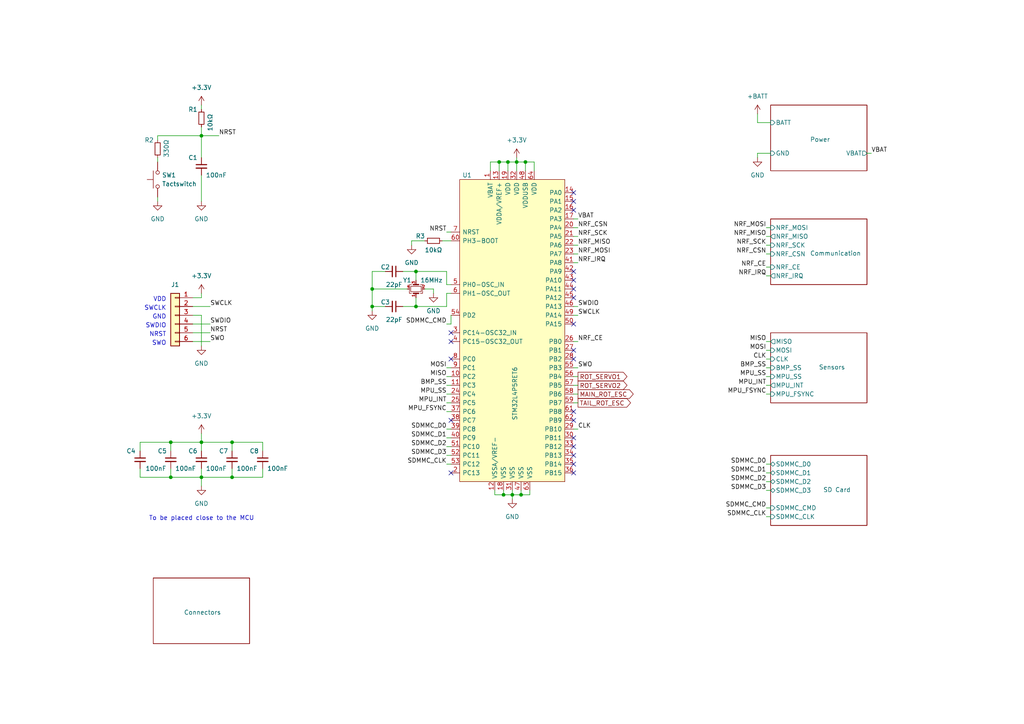
<source format=kicad_sch>
(kicad_sch (version 20211123) (generator eeschema)
  (paper "A4")
  (title_block (title "RC Helicopter") (date "2022-12-17") (rev "0.1.0"))
  (lib_symbols
    (symbol "Connector_Generic:Conn_01x06" (pin_names (offset 1.016) hide)
      (property "Reference" "J" (at 0 7.62 0))
      (property "Value" "Conn_01x06" (at 0 -10.16 0))
      (symbol "Conn_01x06_1_1"
        (rectangle (start -1.27 -7.493) (end 0 -7.747) (stroke (width 0.1524)))
        (rectangle (start -1.27 -4.953) (end 0 -5.207) (stroke (width 0.1524)))
        (rectangle (start -1.27 -2.413) (end 0 -2.667) (stroke (width 0.1524)))
        (rectangle (start -1.27 0.127) (end 0 -0.127) (stroke (width 0.1524)))
        (rectangle (start -1.27 2.667) (end 0 2.413) (stroke (width 0.1524)))
        (rectangle (start -1.27 5.207) (end 0 4.953) (stroke (width 0.1524)))
        (rectangle (start -1.27 6.35) (end 1.27 -8.89) (stroke (width 0.254)) (fill (type background)))
        (pin passive line (at -5.08 5.08 0) (length 3.81) (name "Pin_1") (number "1"))
        (pin passive line (at -5.08 2.54 0) (length 3.81) (name "Pin_2") (number "2"))
        (pin passive line (at -5.08 0 0) (length 3.81) (name "Pin_3") (number "3"))
        (pin passive line (at -5.08 -2.54 0) (length 3.81) (name "Pin_4") (number "4"))
        (pin passive line (at -5.08 -5.08 0) (length 3.81) (name "Pin_5") (number "5"))
        (pin passive line (at -5.08 -7.62 0) (length 3.81) (name "Pin_6") (number "6"))
      )
    )
    (symbol "Device:C_Small" (pin_numbers hide) (pin_names (offset 0.254) hide)
      (property "Reference" "C" (at 0.254 1.778 0))
      (property "Value" "C_Small" (at 0.254 -2.032 0))
      (symbol "C_Small_0_1"
        (polyline (pts (xy -1.524 -0.508) (xy 1.524 -0.508)) (stroke (width 0.3302)))
        (polyline (pts (xy -1.524 0.508) (xy 1.524 0.508)) (stroke (width 0.3048)))
      )
      (symbol "C_Small_1_1"
        (pin passive line (at 0 2.54 270) (length 2.032) (name "~") (number "1"))
        (pin passive line (at 0 -2.54 90) (length 2.032) (name "~") (number "2"))
      )
    )
    (symbol "Device:Crystal_GND24_Small" (pin_names (offset 1.016) hide)
      (property "Reference" "Y" (at 1.27 4.445 0))
      (property "Value" "Crystal_GND24_Small" (at 1.27 2.54 0))
      (symbol "Crystal_GND24_Small_0_1"
        (rectangle (start -0.762 -1.524) (end 0.762 1.524))
        (polyline (pts (xy -1.27 -0.762) (xy -1.27 0.762)) (stroke (width 0.381)))
        (polyline (pts (xy 1.27 -0.762) (xy 1.27 0.762)) (stroke (width 0.381)))
        (polyline (pts (xy -1.27 -1.27) (xy -1.27 -1.905) (xy 1.27 -1.905) (xy 1.27 -1.27)))
        (polyline (pts (xy -1.27 1.27) (xy -1.27 1.905) (xy 1.27 1.905) (xy 1.27 1.27)))
      )
      (symbol "Crystal_GND24_Small_1_1"
        (pin passive line (at -2.54 0 0) (length 1.27) (name "1") (number "1"))
        (pin passive line (at 0 -2.54 90) (length 0.635) (name "2") (number "2"))
        (pin passive line (at 2.54 0 180) (length 1.27) (name "3") (number "3"))
        (pin passive line (at 0 2.54 270) (length 0.635) (name "4") (number "4"))
      )
    )
    (symbol "Device:R_Small" (pin_numbers hide) (pin_names (offset 0.254) hide)
      (property "Reference" "R" (at 0.762 0.508 0))
      (property "Value" "R_Small" (at 0.762 -1.016 0))
      (symbol "R_Small_0_1"
        (rectangle (start -0.762 1.778) (end 0.762 -1.778) (stroke (width 0.2032)))
      )
      (symbol "R_Small_1_1"
        (pin passive line (at 0 2.54 270) (length 0.762) (name "~") (number "1"))
        (pin passive line (at 0 -2.54 90) (length 0.762) (name "~") (number "2"))
      )
    )
    (symbol "Local_Library:STM32L4P5RET6" (pin_names (offset 0.762))
      (property "Reference" "U" (at -13.97 43.18 0))
      (property "Value" "STM32L4P5RET6" (at 0 -20.32 90))
      (symbol "STM32L4P5RET6_0_0"
        (pin power_in line (at -6.35 44.45 270) (length 2.54) (name "VBAT") (number "1"))
        (pin bidirectional line (at -17.78 -15.24 0) (length 2.54) (name "PC2") (number "10"))
        (pin bidirectional line (at -17.78 -17.78 0) (length 2.54) (name "PC3") (number "11"))
        (pin power_in line (at -5.08 -48.26 90) (length 2.54) (name "VSSA/VREF-") (number "12"))
        (pin power_in line (at -3.81 44.45 270) (length 2.54) (name "VDDA/VREF+") (number "13"))
        (pin bidirectional line (at 17.78 38.1 180) (length 2.54) (name "PA0") (number "14"))
        (pin bidirectional line (at 17.78 35.56 180) (length 2.54) (name "PA1") (number "15"))
        (pin bidirectional line (at 17.78 33.02 180) (length 2.54) (name "PA2") (number "16"))
        (pin bidirectional line (at 17.78 30.48 180) (length 2.54) (name "PA3") (number "17"))
        (pin power_in line (at -2.54 -48.26 90) (length 2.54) (name "VSS") (number "18"))
        (pin power_in line (at -1.27 44.45 270) (length 2.54) (name "VDD") (number "19"))
        (pin bidirectional line (at -17.78 -43.18 0) (length 2.54) (name "PC13") (number "2"))
        (pin bidirectional line (at 17.78 27.94 180) (length 2.54) (name "PA4") (number "20"))
        (pin bidirectional line (at 17.78 25.4 180) (length 2.54) (name "PA5") (number "21"))
        (pin bidirectional line (at 17.78 22.86 180) (length 2.54) (name "PA6") (number "22"))
        (pin bidirectional line (at 17.78 20.32 180) (length 2.54) (name "PA7") (number "23"))
        (pin bidirectional line (at -17.78 -20.32 0) (length 2.54) (name "PC4") (number "24"))
        (pin bidirectional line (at -17.78 -22.86 0) (length 2.54) (name "PC5") (number "25"))
        (pin bidirectional line (at 17.78 -5.08 180) (length 2.54) (name "PB0") (number "26"))
        (pin bidirectional line (at 17.78 -7.62 180) (length 2.54) (name "PB1") (number "27"))
        (pin bidirectional line (at 17.78 -10.16 180) (length 2.54) (name "PB2") (number "28"))
        (pin bidirectional line (at 17.78 -30.48 180) (length 2.54) (name "PB10") (number "29"))
        (pin bidirectional line (at -17.78 -2.54 0) (length 2.54) (name "PC14-OSC32_IN") (number "3"))
        (pin bidirectional line (at 17.78 -33.02 180) (length 2.54) (name "PB11") (number "30"))
        (pin power_in line (at 0 -48.26 90) (length 2.54) (name "VSS") (number "31"))
        (pin power_in line (at 1.27 44.45 270) (length 2.54) (name "VDD") (number "32"))
        (pin bidirectional line (at 17.78 -35.56 180) (length 2.54) (name "PB12") (number "33"))
        (pin bidirectional line (at 17.78 -38.1 180) (length 2.54) (name "PB13") (number "34"))
        (pin bidirectional line (at 17.78 -40.64 180) (length 2.54) (name "PB14") (number "35"))
        (pin bidirectional line (at 17.78 -43.18 180) (length 2.54) (name "PB15") (number "36"))
        (pin bidirectional line (at -17.78 -25.4 0) (length 2.54) (name "PC6") (number "37"))
        (pin bidirectional line (at -17.78 -27.94 0) (length 2.54) (name "PC7") (number "38"))
        (pin bidirectional line (at -17.78 -30.48 0) (length 2.54) (name "PC8") (number "39"))
        (pin bidirectional line (at -17.78 -5.08 0) (length 2.54) (name "PC15-OSC32_OUT") (number "4"))
        (pin bidirectional line (at -17.78 -33.02 0) (length 2.54) (name "PC9") (number "40"))
        (pin bidirectional line (at 17.78 17.78 180) (length 2.54) (name "PA8") (number "41"))
        (pin bidirectional line (at 17.78 15.24 180) (length 2.54) (name "PA9") (number "42"))
        (pin bidirectional line (at 17.78 12.7 180) (length 2.54) (name "PA10") (number "43"))
        (pin bidirectional line (at 17.78 10.16 180) (length 2.54) (name "PA11") (number "44"))
        (pin bidirectional line (at 17.78 7.62 180) (length 2.54) (name "PA12") (number "45"))
        (pin bidirectional line (at 17.78 5.08 180) (length 2.54) (name "PA13") (number "46"))
        (pin power_in line (at 2.54 -48.26 90) (length 2.54) (name "VSS") (number "47"))
        (pin power_in line (at 3.81 44.45 270) (length 2.54) (name "VDDUSB") (number "48"))
        (pin bidirectional line (at 17.78 2.54 180) (length 2.54) (name "PA14") (number "49"))
        (pin input line (at -17.78 11.43 0) (length 2.54) (name "PH0-OSC_IN") (number "5"))
        (pin bidirectional line (at 17.78 0 180) (length 2.54) (name "PA15") (number "50"))
        (pin bidirectional line (at -17.78 -35.56 0) (length 2.54) (name "PC10") (number "51"))
        (pin bidirectional line (at -17.78 -38.1 0) (length 2.54) (name "PC11") (number "52"))
        (pin bidirectional line (at -17.78 -40.64 0) (length 2.54) (name "PC12") (number "53"))
        (pin bidirectional line (at -17.78 2.54 0) (length 2.54) (name "PD2") (number "54"))
        (pin bidirectional line (at 17.78 -12.7 180) (length 2.54) (name "PB3") (number "55"))
        (pin bidirectional line (at 17.78 -15.24 180) (length 2.54) (name "PB4") (number "56"))
        (pin bidirectional line (at 17.78 -17.78 180) (length 2.54) (name "PB5") (number "57"))
        (pin bidirectional line (at 17.78 -20.32 180) (length 2.54) (name "PB6") (number "58"))
        (pin bidirectional line (at 17.78 -22.86 180) (length 2.54) (name "PB7") (number "59"))
        (pin input line (at -17.78 8.89 0) (length 2.54) (name "PH1-OSC_OUT") (number "6"))
        (pin input line (at -17.78 24.13 0) (length 2.54) (name "PH3-BOOT") (number "60"))
        (pin bidirectional line (at 17.78 -25.4 180) (length 2.54) (name "PB8") (number "61"))
        (pin bidirectional line (at 17.78 -27.94 180) (length 2.54) (name "PB9") (number "62"))
        (pin power_in line (at 5.08 -48.26 90) (length 2.54) (name "VSS") (number "63"))
        (pin power_in line (at 6.35 44.45 270) (length 2.54) (name "VDD") (number "64"))
        (pin input line (at -17.78 26.67 0) (length 2.54) (name "NRST") (number "7"))
        (pin bidirectional line (at -17.78 -10.16 0) (length 2.54) (name "PC0") (number "8"))
        (pin bidirectional line (at -17.78 -12.7 0) (length 2.54) (name "PC1") (number "9"))
      )
      (symbol "STM32L4P5RET6_0_1"
        (rectangle (start 15.24 41.91) (end -15.24 -45.72) (fill (type background)))
      )
    )
    (symbol "Switch:SW_Push" (pin_numbers hide) (pin_names (offset 1.016) hide)
      (property "Reference" "SW" (at 1.27 2.54 0))
      (property "Value" "SW_Push" (at 0 -1.524 0))
      (symbol "SW_Push_0_1"
        (circle (center -2.032 0) (radius 0.508))
        (polyline (pts (xy 0 1.27) (xy 0 3.048)))
        (polyline (pts (xy 2.54 1.27) (xy -2.54 1.27)))
        (circle (center 2.032 0) (radius 0.508))
        (pin passive line (at -5.08 0 0) (length 2.54) (name "1") (number "1"))
        (pin passive line (at 5.08 0 180) (length 2.54) (name "2") (number "2"))
      )
    )
    (symbol "power:+3.3V" (power) (pin_names (offset 0))
      (property "Value" "+3.3V" (at 0 3.556 0))
      (symbol "+3.3V_0_1"
        (polyline (pts (xy -0.762 1.27) (xy 0 2.54)))
        (polyline (pts (xy 0 0) (xy 0 2.54)))
        (polyline (pts (xy 0 2.54) (xy 0.762 1.27)))
      )
      (symbol "+3.3V_1_1"
        (pin power_in line (at 0 0 90) (length 0) hide (name "+3.3V") (number "1"))
      )
    )
    (symbol "power:+BATT" (power) (pin_names (offset 0))
      (property "Value" "+BATT" (at 0 3.556 0))
      (symbol "+BATT_0_1"
        (polyline (pts (xy -0.762 1.27) (xy 0 2.54)))
        (polyline (pts (xy 0 0) (xy 0 2.54)))
        (polyline (pts (xy 0 2.54) (xy 0.762 1.27)))
      )
      (symbol "+BATT_1_1"
        (pin power_in line (at 0 0 90) (length 0) hide (name "+BATT") (number "1"))
      )
    )
    (symbol "power:GND" (power) (pin_names (offset 0))
      (property "Value" "GND" (at 0 -3.81 0))
      (symbol "GND_0_1"
        (polyline (pts (xy 0 0) (xy 0 -1.27) (xy 1.27 -1.27) (xy 0 -2.54) (xy -1.27 -1.27) (xy 0 -1.27)))
      )
      (symbol "GND_1_1"
        (pin power_in line (at 0 0 270) (length 0) hide (name "GND") (number "1"))
      )
    )
  )
  (junction (at 151.13 143.51))
  (junction (at 120.65 78.74))
  (junction (at 146.05 143.51))
  (junction (at 148.59 143.51))
  (junction (at 107.95 88.9))
  (junction (at 152.4 46.99))
  (junction (at 149.86 46.99))
  (junction (at 120.65 88.9))
  (junction (at 58.42 128.27))
  (junction (at 58.42 39.37))
  (junction (at 49.53 138.43))
  (junction (at 107.95 83.82))
  (junction (at 67.31 128.27))
  (junction (at 49.53 128.27))
  (junction (at 144.78 46.99))
  (junction (at 147.32 46.99))
  (junction (at 67.31 138.43))
  (junction (at 58.42 138.43))
  (no_connect (at 166.37 121.92))
  (no_connect (at 130.81 121.92))
  (no_connect (at 166.37 119.38))
  (no_connect (at 166.37 83.82))
  (no_connect (at 166.37 78.74))
  (no_connect (at 166.37 93.98))
  (no_connect (at 130.81 104.14))
  (no_connect (at 130.81 96.52))
  (no_connect (at 166.37 81.28))
  (no_connect (at 166.37 55.88))
  (no_connect (at 166.37 137.16))
  (no_connect (at 130.81 99.06))
  (no_connect (at 166.37 101.6))
  (no_connect (at 166.37 58.42))
  (no_connect (at 166.37 86.36))
  (no_connect (at 166.37 129.54))
  (no_connect (at 166.37 60.96))
  (no_connect (at 130.81 137.16))
  (no_connect (at 166.37 134.62))
  (no_connect (at 166.37 104.14))
  (no_connect (at 166.37 132.08))
  (no_connect (at 166.37 127))
  (wire (pts (xy 107.95 78.74) (xy 111.76 78.74)))
  (wire (pts (xy 144.78 46.99) (xy 147.32 46.99)))
  (wire (pts (xy 116.84 88.9) (xy 120.65 88.9)))
  (wire (pts (xy 222.25 106.68) (xy 223.52 106.68)))
  (wire (pts (xy 153.67 143.51) (xy 153.67 142.24)))
  (wire (pts (xy 125.73 83.82) (xy 125.73 85.09)))
  (wire (pts (xy 58.42 30.48) (xy 58.42 31.75)))
  (wire (pts (xy 222.25 114.3) (xy 223.52 114.3)))
  (wire (pts (xy 166.37 68.58) (xy 167.64 68.58)))
  (wire (pts (xy 166.37 116.84) (xy 167.64 116.84)))
  (wire (pts (xy 40.64 135.89) (xy 40.64 138.43)))
  (wire (pts (xy 147.32 46.99) (xy 147.32 49.53)))
  (wire (pts (xy 58.42 39.37) (xy 58.42 45.72)))
  (wire (pts (xy 129.54 132.08) (xy 130.81 132.08)))
  (wire (pts (xy 55.88 96.52) (xy 60.96 96.52)))
  (wire (pts (xy 58.42 128.27) (xy 67.31 128.27)))
  (wire (pts (xy 76.2 128.27) (xy 76.2 130.81)))
  (wire (pts (xy 129.54 106.68) (xy 130.81 106.68)))
  (wire (pts (xy 222.25 77.47) (xy 223.52 77.47)))
  (wire (pts (xy 149.86 46.99) (xy 149.86 49.53)))
  (wire (pts (xy 55.88 99.06) (xy 60.96 99.06)))
  (wire (pts (xy 222.25 73.66) (xy 223.52 73.66)))
  (wire (pts (xy 222.25 142.24) (xy 223.52 142.24)))
  (wire (pts (xy 129.54 124.46) (xy 130.81 124.46)))
  (wire (pts (xy 222.25 111.76) (xy 223.52 111.76)))
  (wire (pts (xy 55.88 88.9) (xy 60.96 88.9)))
  (wire (pts (xy 58.42 91.44) (xy 58.42 100.33)))
  (wire (pts (xy 119.38 69.85) (xy 123.19 69.85)))
  (wire (pts (xy 119.38 71.12) (xy 119.38 69.85)))
  (wire (pts (xy 166.37 111.76) (xy 167.64 111.76)))
  (wire (pts (xy 58.42 91.44) (xy 55.88 91.44)))
  (wire (pts (xy 58.42 36.83) (xy 58.42 39.37)))
  (wire (pts (xy 151.13 143.51) (xy 151.13 142.24)))
  (wire (pts (xy 222.25 137.16) (xy 223.52 137.16)))
  (wire (pts (xy 49.53 128.27) (xy 49.53 130.81)))
  (wire (pts (xy 222.25 71.12) (xy 223.52 71.12)))
  (wire (pts (xy 222.25 149.86) (xy 223.52 149.86)))
  (wire (pts (xy 222.25 68.58) (xy 223.52 68.58)))
  (wire (pts (xy 107.95 88.9) (xy 111.76 88.9)))
  (wire (pts (xy 129.54 67.31) (xy 130.81 67.31)))
  (wire (pts (xy 166.37 73.66) (xy 167.64 73.66)))
  (wire (pts (xy 58.42 135.89) (xy 58.42 138.43)))
  (wire (pts (xy 166.37 109.22) (xy 167.64 109.22)))
  (wire (pts (xy 76.2 138.43) (xy 67.31 138.43)))
  (wire (pts (xy 120.65 78.74) (xy 120.65 81.28)))
  (wire (pts (xy 148.59 143.51) (xy 148.59 144.78)))
  (wire (pts (xy 40.64 128.27) (xy 40.64 130.81)))
  (wire (pts (xy 147.32 46.99) (xy 149.86 46.99)))
  (wire (pts (xy 154.94 46.99) (xy 154.94 49.53)))
  (wire (pts (xy 148.59 143.51) (xy 148.59 142.24)))
  (wire (pts (xy 166.37 114.3) (xy 167.64 114.3)))
  (wire (pts (xy 222.25 134.62) (xy 223.52 134.62)))
  (wire (pts (xy 129.54 111.76) (xy 130.81 111.76)))
  (wire (pts (xy 144.78 46.99) (xy 142.24 46.99)))
  (wire (pts (xy 222.25 104.14) (xy 223.52 104.14)))
  (wire (pts (xy 166.37 88.9) (xy 167.64 88.9)))
  (wire (pts (xy 116.84 78.74) (xy 120.65 78.74)))
  (wire (pts (xy 222.25 109.22) (xy 223.52 109.22)))
  (wire (pts (xy 45.72 45.72) (xy 45.72 46.99)))
  (wire (pts (xy 45.72 39.37) (xy 58.42 39.37)))
  (wire (pts (xy 129.54 119.38) (xy 130.81 119.38)))
  (wire (pts (xy 143.51 142.24) (xy 143.51 143.51)))
  (wire (pts (xy 129.54 116.84) (xy 130.81 116.84)))
  (wire (pts (xy 76.2 128.27) (xy 67.31 128.27)))
  (wire (pts (xy 219.71 33.02) (xy 219.71 35.56)))
  (wire (pts (xy 167.64 76.2) (xy 166.37 76.2)))
  (wire (pts (xy 76.2 135.89) (xy 76.2 138.43)))
  (wire (pts (xy 149.86 46.99) (xy 152.4 46.99)))
  (wire (pts (xy 120.65 88.9) (xy 129.54 88.9)))
  (wire (pts (xy 222.25 101.6) (xy 223.52 101.6)))
  (wire (pts (xy 166.37 106.68) (xy 167.64 106.68)))
  (wire (pts (xy 146.05 143.51) (xy 146.05 142.24)))
  (wire (pts (xy 128.27 69.85) (xy 130.81 69.85)))
  (wire (pts (xy 120.65 78.74) (xy 129.54 78.74)))
  (wire (pts (xy 151.13 143.51) (xy 153.67 143.51)))
  (wire (pts (xy 129.54 129.54) (xy 130.81 129.54)))
  (wire (pts (xy 166.37 66.04) (xy 167.64 66.04)))
  (wire (pts (xy 166.37 63.5) (xy 167.64 63.5)))
  (wire (pts (xy 223.52 44.45) (xy 219.71 44.45)))
  (wire (pts (xy 67.31 138.43) (xy 58.42 138.43)))
  (wire (pts (xy 58.42 39.37) (xy 63.5 39.37)))
  (wire (pts (xy 129.54 114.3) (xy 130.81 114.3)))
  (wire (pts (xy 130.81 85.09) (xy 129.54 85.09)))
  (wire (pts (xy 49.53 135.89) (xy 49.53 138.43)))
  (wire (pts (xy 222.25 66.04) (xy 223.52 66.04)))
  (wire (pts (xy 107.95 78.74) (xy 107.95 83.82)))
  (wire (pts (xy 58.42 50.8) (xy 58.42 58.42)))
  (wire (pts (xy 222.25 99.06) (xy 223.52 99.06)))
  (wire (pts (xy 58.42 125.73) (xy 58.42 128.27)))
  (wire (pts (xy 152.4 46.99) (xy 152.4 49.53)))
  (wire (pts (xy 251.46 44.45) (xy 252.73 44.45)))
  (wire (pts (xy 222.25 147.32) (xy 223.52 147.32)))
  (wire (pts (xy 49.53 128.27) (xy 58.42 128.27)))
  (wire (pts (xy 166.37 71.12) (xy 167.64 71.12)))
  (wire (pts (xy 107.95 88.9) (xy 107.95 90.17)))
  (wire (pts (xy 107.95 83.82) (xy 107.95 88.9)))
  (wire (pts (xy 58.42 138.43) (xy 49.53 138.43)))
  (wire (pts (xy 129.54 82.55) (xy 129.54 78.74)))
  (wire (pts (xy 123.19 83.82) (xy 125.73 83.82)))
  (wire (pts (xy 58.42 128.27) (xy 58.42 130.81)))
  (wire (pts (xy 222.25 139.7) (xy 223.52 139.7)))
  (wire (pts (xy 152.4 46.99) (xy 154.94 46.99)))
  (wire (pts (xy 166.37 124.46) (xy 167.64 124.46)))
  (wire (pts (xy 166.37 91.44) (xy 167.64 91.44)))
  (wire (pts (xy 222.25 80.01) (xy 223.52 80.01)))
  (wire (pts (xy 219.71 44.45) (xy 219.71 45.72)))
  (wire (pts (xy 129.54 85.09) (xy 129.54 88.9)))
  (wire (pts (xy 49.53 138.43) (xy 40.64 138.43)))
  (wire (pts (xy 148.59 143.51) (xy 151.13 143.51)))
  (wire (pts (xy 58.42 85.09) (xy 58.42 86.36)))
  (wire (pts (xy 129.54 134.62) (xy 130.81 134.62)))
  (wire (pts (xy 67.31 128.27) (xy 67.31 130.81)))
  (wire (pts (xy 45.72 40.64) (xy 45.72 39.37)))
  (wire (pts (xy 143.51 143.51) (xy 146.05 143.51)))
  (wire (pts (xy 120.65 86.36) (xy 120.65 88.9)))
  (wire (pts (xy 45.72 57.15) (xy 45.72 58.42)))
  (wire (pts (xy 142.24 46.99) (xy 142.24 49.53)))
  (wire (pts (xy 55.88 93.98) (xy 60.96 93.98)))
  (wire (pts (xy 146.05 143.51) (xy 148.59 143.51)))
  (wire (pts (xy 129.54 127) (xy 130.81 127)))
  (wire (pts (xy 118.11 83.82) (xy 107.95 83.82)))
  (wire (pts (xy 49.53 128.27) (xy 40.64 128.27)))
  (wire (pts (xy 58.42 138.43) (xy 58.42 140.97)))
  (wire (pts (xy 130.81 82.55) (xy 129.54 82.55)))
  (wire (pts (xy 167.64 99.06) (xy 166.37 99.06)))
  (wire (pts (xy 129.54 93.98) (xy 130.81 93.98)))
  (wire (pts (xy 67.31 135.89) (xy 67.31 138.43)))
  (wire (pts (xy 130.81 91.44) (xy 130.81 93.98)))
  (wire (pts (xy 223.52 35.56) (xy 219.71 35.56)))
  (wire (pts (xy 144.78 49.53) (xy 144.78 46.99)))
  (wire (pts (xy 58.42 86.36) (xy 55.88 86.36)))
  (wire (pts (xy 129.54 109.22) (xy 130.81 109.22)))
  (wire (pts (xy 149.86 45.72) (xy 149.86 46.99)))
  (text "SWDIO" (at 48.26 95.25 180) (effects (font (size 1.27 1.27)) (justify right bottom)))
  (text "SWO" (at 48.26 100.33 180) (effects (font (size 1.27 1.27)) (justify right bottom)))
  (text "NRST" (at 48.26 97.79 180) (effects (font (size 1.27 1.27)) (justify right bottom)))
  (text "SWCLK" (at 48.26 90.17 180) (effects (font (size 1.27 1.27)) (justify right bottom)))
  (text "VDD" (at 48.26 87.63 180) (effects (font (size 1.27 1.27)) (justify right bottom)))
  (text "To be placed close to the MCU" (at 43.18 151.13 0) (effects (font (size 1.27 1.27)) (justify left bottom)))
  (text "GND" (at 48.26 92.71 180) (effects (font (size 1.27 1.27)) (justify right bottom)))
  (label "SDMMC_D0" (at 129.54 124.46 180))
  (label "SDMMC_D3" (at 222.25 142.24 180))
  (label "NRF_IRQ" (at 167.64 76.2 0))
  (label "NRST" (at 63.5 39.37 0))
  (label "BMP_SS" (at 129.54 111.76 180))
  (label "SDMMC_D2" (at 222.25 139.7 180))
  (label "MPU_INT" (at 222.25 111.76 180))
  (label "MPU_SS" (at 222.25 109.22 180))
  (label "SDMMC_CMD" (at 222.25 147.32 180))
  (label "VBAT" (at 252.73 44.45 0))
  (label "SDMMC_D1" (at 222.25 137.16 180))
  (label "NRF_CSN" (at 167.64 66.04 0))
  (label "NRF_MISO" (at 222.25 68.58 180))
  (label "SWO" (at 167.64 106.68 0))
  (label "MISO" (at 129.54 109.22 180))
  (label "SDMMC_CLK" (at 222.25 149.86 180))
  (label "NRF_MOSI" (at 222.25 66.04 180))
  (label "NRST" (at 129.54 67.31 180))
  (label "SDMMC_D2" (at 129.54 129.54 180))
  (label "MOSI" (at 129.54 106.68 180))
  (label "SDMMC_D1" (at 129.54 127 180))
  (label "NRST" (at 60.96 96.52 0))
  (label "NRF_SCK" (at 167.64 68.58 0))
  (label "MISO" (at 222.25 99.06 180))
  (label "SWCLK" (at 167.64 91.44 0))
  (label "NRF_CE" (at 222.25 77.47 180))
  (label "VBAT" (at 167.64 63.5 0))
  (label "MPU_FSYNC" (at 222.25 114.3 180))
  (label "SDMMC_D3" (at 129.54 132.08 180))
  (label "SDMMC_CMD" (at 129.54 93.98 180))
  (label "NRF_MISO" (at 167.64 71.12 0))
  (label "SWCLK" (at 60.96 88.9 0))
  (label "SDMMC_D0" (at 222.25 134.62 180))
  (label "SWDIO" (at 167.64 88.9 0))
  (label "SDMMC_CLK" (at 129.54 134.62 180))
  (label "SWO" (at 60.96 99.06 0))
  (label "NRF_CSN" (at 222.25 73.66 180))
  (label "BMP_SS" (at 222.25 106.68 180))
  (label "NRF_SCK" (at 222.25 71.12 180))
  (label "NRF_IRQ" (at 222.25 80.01 180))
  (label "MPU_SS" (at 129.54 114.3 180))
  (label "MPU_INT" (at 129.54 116.84 180))
  (label "SWDIO" (at 60.96 93.98 0))
  (label "CLK" (at 167.64 124.46 0))
  (label "NRF_MOSI" (at 167.64 73.66 0))
  (label "CLK" (at 222.25 104.14 180))
  (label "NRF_CE" (at 167.64 99.06 0))
  (label "MOSI" (at 222.25 101.6 180))
  (label "MPU_FSYNC" (at 129.54 119.38 180))
  (global_label "ROT_SERVO2" (shape output) (at 167.64 111.76 0) (property "Intersheet References" "${INTERSHEET_REFS}" (effects hide)))
  (global_label "ROT_SERVO1" (shape output) (at 167.64 109.22 0) (property "Intersheet References" "${INTERSHEET_REFS}" (effects hide)))
  (global_label "TAIL_ROT_ESC" (shape output) (at 167.64 116.84 0) (property "Intersheet References" "${INTERSHEET_REFS}" (effects hide)))
  (global_label "MAIN_ROT_ESC" (shape output) (at 167.64 114.3 0) (property "Intersheet References" "${INTERSHEET_REFS}" (effects hide)))
  (symbol (lib_id "Switch:SW_Push") (at 45.72 52.07 90) (unit 1)
    (property "Reference" "SW1" (at 46.99 50.7999 90) (effects (justify right)))
    (property "Value" "Tactswitch" (at 46.99 53.3399 90) (effects (justify right)))
    (property "Footprint" "Button_Switch_SMD:SW_SPST_PTS645" (effects hide))
  )
  (symbol (lib_id "Device:Crystal_GND24_Small") (at 120.65 83.82 90) (unit 1)
    (property "Reference" "Y1" (at 116.84 81.28 90) (effects (justify right)))
    (property "Value" "16MHz" (at 121.92 81.28 90) (effects (justify right)))
    (property "Footprint" "Crystal:Crystal_SMD_3225-4Pin_3.2x2.5mm" (effects hide))
  )
  (symbol (lib_id "power:GND") (at 58.42 140.97 0) (unit 1)
    (property "Reference" "#PWR013" (effects hide))
    (property "Value" "GND" (at 58.42 146.05 0))
  )
  (symbol (lib_id "power:+3.3V") (at 58.42 30.48 0) (unit 1)
    (property "Reference" "#PWR01" (effects hide))
    (property "Value" "+3.3V" (at 58.42 25.4 0))
  )
  (symbol (lib_id "Device:C_Small") (at 76.2 133.35 0) (mirror y) (unit 1)
    (property "Reference" "C8" (at 72.39 130.8099 0) (effects (justify right)))
    (property "Value" "100nF" (at 77.47 135.8899 0) (effects (justify right)))
    (property "Footprint" "Capacitor_SMD:C_0603_1608Metric" (effects hide))
  )
  (symbol (lib_id "power:GND") (at 148.59 144.78 0) (unit 1)
    (property "Reference" "#PWR014" (effects hide))
    (property "Value" "GND" (at 148.59 149.86 0))
  )
  (symbol (lib_id "Device:R_Small") (at 45.72 43.18 0) (unit 1)
    (property "Reference" "R2" (at 41.91 40.6399 0) (effects (justify left)))
    (property "Value" "330Ω" (at 48.26 45.7199 90) (effects (justify left)))
    (property "Footprint" "Resistor_SMD:R_0603_1608Metric" (effects hide))
  )
  (symbol (lib_id "Device:C_Small") (at 49.53 133.35 0) (mirror y) (unit 1)
    (property "Reference" "C5" (at 45.72 130.8099 0) (effects (justify right)))
    (property "Value" "100nF" (at 50.8 135.8899 0) (effects (justify right)))
    (property "Footprint" "Capacitor_SMD:C_0603_1608Metric" (effects hide))
  )
  (symbol (lib_id "power:GND") (at 125.73 85.09 0) (unit 1)
    (property "Reference" "#PWR09" (effects hide))
    (property "Value" "GND" (at 125.73 90.17 0))
  )
  (symbol (lib_id "power:+BATT") (at 219.71 33.02 0) (unit 1)
    (property "Reference" "#PWR02" (effects hide))
    (property "Value" "+BATT" (at 219.71 27.94 0))
  )
  (symbol (lib_id "power:GND") (at 119.38 71.12 0) (unit 1)
    (property "Reference" "#PWR07" (effects hide))
    (property "Value" "GND" (at 119.38 76.2 0))
  )
  (symbol (lib_id "Connector_Generic:Conn_01x06") (at 50.8 91.44 0) (mirror y) (unit 1)
    (property "Reference" "J1" (at 50.8 82.55 0))
    (property "Value" "Conn_01x06" (effects hide))
    (property "Footprint" "Connector_PinHeader_2.54mm:PinHeader_1x06_P2.54mm_Vertical_SMD_Pin1Left" (effects hide))
  )
  (symbol (lib_id "power:GND") (at 58.42 58.42 0) (unit 1)
    (property "Reference" "#PWR06" (effects hide))
    (property "Value" "GND" (at 58.42 63.5 0))
  )
  (symbol (lib_id "Device:C_Small") (at 114.3 78.74 270) (unit 1)
    (property "Reference" "C2" (at 111.76 77.47 90))
    (property "Value" "22pF" (at 114.3 82.55 90))
    (property "Footprint" "Capacitor_SMD:C_0603_1608Metric" (effects hide))
  )
  (symbol (lib_id "Device:C_Small") (at 67.31 133.35 0) (mirror y) (unit 1)
    (property "Reference" "C7" (at 63.5 130.8099 0) (effects (justify right)))
    (property "Value" "100nF" (at 68.58 135.8899 0) (effects (justify right)))
    (property "Footprint" "Capacitor_SMD:C_0603_1608Metric" (effects hide))
  )
  (symbol (lib_id "power:GND") (at 107.95 90.17 0) (unit 1)
    (property "Reference" "#PWR010" (effects hide))
    (property "Value" "GND" (at 107.95 95.25 0))
  )
  (symbol (lib_id "power:GND") (at 58.42 100.33 0) (unit 1)
    (property "Reference" "#PWR011" (effects hide))
    (property "Value" "GND" (at 58.42 105.41 0))
  )
  (symbol (lib_id "Device:C_Small") (at 40.64 133.35 0) (mirror y) (unit 1)
    (property "Reference" "C4" (at 39.37 130.8099 0) (effects (justify left)))
    (property "Value" "100nF" (at 48.26 135.8899 0) (effects (justify left)))
    (property "Footprint" "Capacitor_SMD:C_0603_1608Metric" (effects hide))
  )
  (symbol (lib_id "Device:C_Small") (at 114.3 88.9 270) (unit 1)
    (property "Reference" "C3" (at 111.76 87.63 90))
    (property "Value" "22pF" (at 114.3 92.71 90))
    (property "Footprint" "Capacitor_SMD:C_0603_1608Metric" (effects hide))
  )
  (symbol (lib_id "Device:C_Small") (at 58.42 48.26 0) (unit 1)
    (property "Reference" "C1" (at 54.61 45.7262 0) (effects (justify left)))
    (property "Value" "100nF" (at 59.69 50.8062 0) (effects (justify left)))
    (property "Footprint" "Capacitor_SMD:C_0603_1608Metric" (effects hide))
  )
  (symbol (lib_id "Device:C_Small") (at 58.42 133.35 0) (mirror y) (unit 1)
    (property "Reference" "C6" (at 54.61 130.8099 0) (effects (justify right)))
    (property "Value" "100nF" (at 59.69 135.8899 0) (effects (justify right)))
    (property "Footprint" "Capacitor_SMD:C_0603_1608Metric" (effects hide))
  )
  (symbol (lib_id "power:+3.3V") (at 58.42 85.09 0) (unit 1)
    (property "Reference" "#PWR08" (effects hide))
    (property "Value" "+3.3V" (at 58.42 80.01 0))
  )
  (symbol (lib_id "power:GND") (at 45.72 58.42 0) (unit 1)
    (property "Reference" "#PWR05" (effects hide))
    (property "Value" "GND" (at 45.72 63.5 0))
  )
  (symbol (lib_id "power:GND") (at 219.71 45.72 0) (mirror y) (unit 1)
    (property "Reference" "#PWR04" (effects hide))
    (property "Value" "GND" (at 219.71 50.8 0))
  )
  (symbol (lib_id "power:+3.3V") (at 149.86 45.72 0) (unit 1)
    (property "Reference" "#PWR03" (effects hide))
    (property "Value" "+3.3V" (at 149.86 40.64 0))
  )
  (symbol (lib_id "Device:R_Small") (at 58.42 34.29 0) (unit 1)
    (property "Reference" "R1" (at 54.61 31.7499 0) (effects (justify left)))
    (property "Value" "10kΩ" (at 60.96 38.0999 90) (effects (justify left)))
    (property "Footprint" "Resistor_SMD:R_0603_1608Metric" (effects hide))
  )
  (symbol (lib_id "Device:R_Small") (at 125.73 69.85 90) (unit 1)
    (property "Reference" "R3" (at 121.92 68.4784 90))
    (property "Value" "10kΩ" (at 125.73 72.517 90))
    (property "Footprint" "Resistor_SMD:R_0603_1608Metric" (effects hide))
  )
  (symbol (lib_id "power:+3.3V") (at 58.42 125.73 0) (unit 1)
    (property "Reference" "#PWR012" (effects hide))
    (property "Value" "+3.3V" (at 58.42 120.65 0))
  )
  (symbol (lib_id "Local_Library:STM32L4P5RET6") (at 148.59 93.98 0) (unit 1)
    (property "Reference" "U1" (at 134.0994 50.8 0) (effects (justify left)))
    (property "Value" "STM32L4P5RET6" (at 149.3394 121.92 90) (effects (justify left)))
    (property "Footprint" "Package_QFP:LQFP-64_10x10mm_P0.5mm" (effects hide))
    (property "Datasheet" "https://www.st.com/resource/en/datasheet/stm32l4p5ve.pdf" (effects hide))
  )
  (sheet (at 44.45 167.64) (size 27.94 19.05) (stroke (width 0.1524))
    (property "Sheet name" "Connectors" (at 53.34 178.3584 0) (effects (justify left bottom)))
    (property "Sheet file" "connectors.kicad_sch" (effects hide))
  )
  (sheet (at 223.52 63.5) (size 27.94 19.05) (stroke (width 0.1524))
    (property "Sheet name" "Communication" (at 234.95 74.2184 0) (effects (justify left bottom)))
    (property "Sheet file" "communication.kicad_sch" (effects hide))
    (pin "NRF_SCK" input (at 223.52 71.12 180))
    (pin "NRF_MOSI" input (at 223.52 66.04 180))
    (pin "NRF_CSN" input (at 223.52 73.66 180))
    (pin "NRF_MISO" output (at 223.52 68.58 180))
    (pin "NRF_CE" input (at 223.52 77.47 180))
    (pin "NRF_IRQ" output (at 223.52 80.01 180))
  )
  (sheet (at 223.52 132.08) (size 27.94 20.32) (stroke (width 0.1524))
    (property "Sheet name" "SD Card" (at 238.76 142.7984 0) (effects (justify left bottom)))
    (property "Sheet file" "sd_card.kicad_sch" (effects hide))
    (pin "SDMMC_CLK" input (at 223.52 149.86 180))
    (pin "SDMMC_CMD" input (at 223.52 147.32 180))
    (pin "SDMMC_D0" bidirectional (at 223.52 134.62 180))
    (pin "SDMMC_D3" bidirectional (at 223.52 142.24 180))
    (pin "SDMMC_D2" bidirectional (at 223.52 139.7 180))
    (pin "SDMMC_D1" bidirectional (at 223.52 137.16 180))
  )
  (sheet (at 223.52 30.48) (size 27.94 19.05) (stroke (width 0.1524))
    (property "Sheet name" "Power" (at 234.95 41.1984 0) (effects (justify left bottom)))
    (property "Sheet file" "power.kicad_sch" (effects hide))
    (pin "GND" input (at 223.52 44.45 180))
    (pin "BATT" input (at 223.52 35.56 180))
    (pin "VBAT" output (at 251.46 44.45 0))
  )
  (sheet (at 223.52 96.52) (size 27.94 20.32) (stroke (width 0.1524))
    (property "Sheet name" "Sensors" (at 237.49 107.2384 0) (effects (justify left bottom)))
    (property "Sheet file" "sensors.kicad_sch" (effects hide))
    (pin "MOSI" input (at 223.52 101.6 180))
    (pin "CLK" input (at 223.52 104.14 180))
    (pin "MISO" output (at 223.52 99.06 180))
    (pin "BMP_SS" input (at 223.52 106.68 180))
    (pin "MPU_INT" output (at 223.52 111.76 180))
    (pin "MPU_FSYNC" input (at 223.52 114.3 180))
    (pin "MPU_SS" input (at 223.52 109.22 180))
  )
)
</source>
